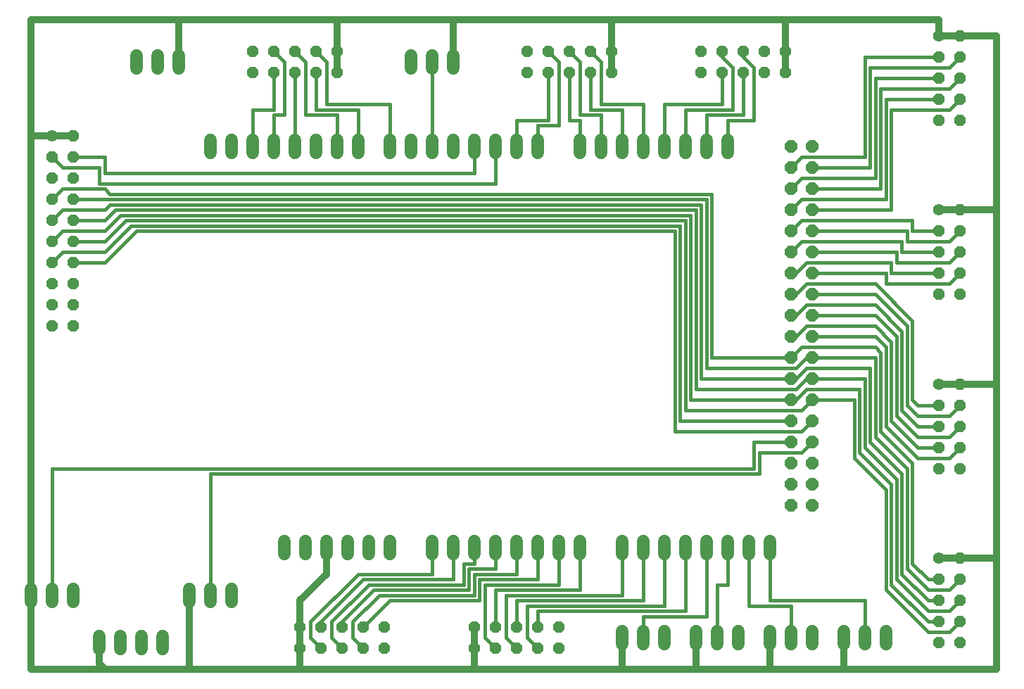
<source format=gbl>
G75*
G70*
%OFA0B0*%
%FSLAX24Y24*%
%IPPOS*%
%LPD*%
%AMOC8*
5,1,8,0,0,1.08239X$1,22.5*
%
%ADD10C,0.0600*%
%ADD11OC8,0.0600*%
%ADD12C,0.0560*%
%ADD13OC8,0.0560*%
%ADD14C,0.0160*%
%ADD15C,0.0320*%
D10*
X005534Y003238D02*
X005534Y003838D01*
X006534Y003838D02*
X006534Y003238D01*
X007534Y003238D02*
X007534Y003838D01*
X008534Y003838D02*
X008534Y003238D01*
X009784Y005488D02*
X009784Y006088D01*
X010784Y006088D02*
X010784Y005488D01*
X011784Y005488D02*
X011784Y006088D01*
X014284Y007738D02*
X014284Y008338D01*
X015284Y008338D02*
X015284Y007738D01*
X016284Y007738D02*
X016284Y008338D01*
X017284Y008338D02*
X017284Y007738D01*
X018284Y007738D02*
X018284Y008338D01*
X019284Y008338D02*
X019284Y007738D01*
X021284Y007738D02*
X021284Y008338D01*
X022284Y008338D02*
X022284Y007738D01*
X023284Y007738D02*
X023284Y008338D01*
X024284Y008338D02*
X024284Y007738D01*
X025284Y007738D02*
X025284Y008338D01*
X026284Y008338D02*
X026284Y007738D01*
X027284Y007738D02*
X027284Y008338D01*
X028284Y008338D02*
X028284Y007738D01*
X030284Y007738D02*
X030284Y008338D01*
X031284Y008338D02*
X031284Y007738D01*
X032284Y007738D02*
X032284Y008338D01*
X033284Y008338D02*
X033284Y007738D01*
X034284Y007738D02*
X034284Y008338D01*
X035284Y008338D02*
X035284Y007738D01*
X036284Y007738D02*
X036284Y008338D01*
X037284Y008338D02*
X037284Y007738D01*
X037284Y004088D02*
X037284Y003488D01*
X038284Y003488D02*
X038284Y004088D01*
X039284Y004088D02*
X039284Y003488D01*
X040784Y003488D02*
X040784Y004088D01*
X041784Y004088D02*
X041784Y003488D01*
X042784Y003488D02*
X042784Y004088D01*
X035784Y004088D02*
X035784Y003488D01*
X034784Y003488D02*
X034784Y004088D01*
X033784Y004088D02*
X033784Y003488D01*
X032284Y003488D02*
X032284Y004088D01*
X031284Y004088D02*
X031284Y003488D01*
X030284Y003488D02*
X030284Y004088D01*
X004284Y005488D02*
X004284Y006088D01*
X003284Y006088D02*
X003284Y005488D01*
X002284Y005488D02*
X002284Y006088D01*
X010784Y026738D02*
X010784Y027338D01*
X011784Y027338D02*
X011784Y026738D01*
X012784Y026738D02*
X012784Y027338D01*
X013784Y027338D02*
X013784Y026738D01*
X014784Y026738D02*
X014784Y027338D01*
X015784Y027338D02*
X015784Y026738D01*
X016784Y026738D02*
X016784Y027338D01*
X017784Y027338D02*
X017784Y026738D01*
X019284Y026738D02*
X019284Y027338D01*
X020284Y027338D02*
X020284Y026738D01*
X021284Y026738D02*
X021284Y027338D01*
X022284Y027338D02*
X022284Y026738D01*
X023284Y026738D02*
X023284Y027338D01*
X024284Y027338D02*
X024284Y026738D01*
X025284Y026738D02*
X025284Y027338D01*
X026284Y027338D02*
X026284Y026738D01*
X028284Y026738D02*
X028284Y027338D01*
X029284Y027338D02*
X029284Y026738D01*
X030284Y026738D02*
X030284Y027338D01*
X031284Y027338D02*
X031284Y026738D01*
X032284Y026738D02*
X032284Y027338D01*
X033284Y027338D02*
X033284Y026738D01*
X034284Y026738D02*
X034284Y027338D01*
X035284Y027338D02*
X035284Y026738D01*
X022284Y030738D02*
X022284Y031338D01*
X021284Y031338D02*
X021284Y030738D01*
X020284Y030738D02*
X020284Y031338D01*
X009284Y031338D02*
X009284Y030738D01*
X008284Y030738D02*
X008284Y031338D01*
X007284Y031338D02*
X007284Y030738D01*
D11*
X038284Y027038D03*
X039284Y027038D03*
X039284Y026038D03*
X038284Y026038D03*
X038284Y025038D03*
X038284Y024038D03*
X039284Y024038D03*
X039284Y025038D03*
X039284Y023038D03*
X038284Y023038D03*
X038284Y022038D03*
X039284Y022038D03*
X039284Y021038D03*
X038284Y021038D03*
X038284Y020038D03*
X039284Y020038D03*
X039284Y019038D03*
X038284Y019038D03*
X038284Y018038D03*
X039284Y018038D03*
X039284Y017038D03*
X038284Y017038D03*
X038284Y016038D03*
X039284Y016038D03*
X039284Y015038D03*
X038284Y015038D03*
X038284Y014038D03*
X039284Y014038D03*
X039284Y013038D03*
X038284Y013038D03*
X038284Y012038D03*
X039284Y012038D03*
X039284Y011038D03*
X038284Y011038D03*
X038284Y010038D03*
X039284Y010038D03*
D12*
X045284Y007538D03*
X045284Y015788D03*
X045284Y024038D03*
X038034Y031538D03*
X045284Y032288D03*
X029784Y031538D03*
X016784Y031538D03*
X003284Y027538D03*
X015034Y003288D03*
X023284Y003288D03*
D13*
X024284Y003288D03*
X025284Y003288D03*
X026284Y003288D03*
X027284Y003288D03*
X027284Y004288D03*
X026284Y004288D03*
X025284Y004288D03*
X024284Y004288D03*
X023284Y004288D03*
X019034Y004288D03*
X018034Y004288D03*
X017034Y004288D03*
X016034Y004288D03*
X015034Y004288D03*
X016034Y003288D03*
X017034Y003288D03*
X018034Y003288D03*
X019034Y003288D03*
X004284Y018538D03*
X003284Y018538D03*
X003284Y019538D03*
X003284Y020538D03*
X004284Y020538D03*
X004284Y019538D03*
X004284Y021538D03*
X003284Y021538D03*
X003284Y022538D03*
X004284Y022538D03*
X004284Y023538D03*
X003284Y023538D03*
X003284Y024538D03*
X004284Y024538D03*
X004284Y025538D03*
X003284Y025538D03*
X003284Y026538D03*
X004284Y026538D03*
X004284Y027538D03*
X012784Y030538D03*
X013784Y030538D03*
X014784Y030538D03*
X015784Y030538D03*
X016784Y030538D03*
X015784Y031538D03*
X014784Y031538D03*
X013784Y031538D03*
X012784Y031538D03*
X025784Y031538D03*
X026784Y031538D03*
X027784Y031538D03*
X028784Y031538D03*
X028784Y030538D03*
X027784Y030538D03*
X026784Y030538D03*
X025784Y030538D03*
X029784Y030538D03*
X034034Y030538D03*
X035034Y030538D03*
X036034Y030538D03*
X037034Y030538D03*
X038034Y030538D03*
X037034Y031538D03*
X036034Y031538D03*
X035034Y031538D03*
X034034Y031538D03*
X045284Y031288D03*
X046284Y031288D03*
X046284Y030288D03*
X045284Y030288D03*
X045284Y029288D03*
X046284Y029288D03*
X046284Y028288D03*
X045284Y028288D03*
X046284Y032288D03*
X046284Y024038D03*
X046284Y023038D03*
X045284Y023038D03*
X045284Y022038D03*
X046284Y022038D03*
X046284Y021038D03*
X045284Y021038D03*
X045284Y020038D03*
X046284Y020038D03*
X046284Y015788D03*
X046284Y014788D03*
X045284Y014788D03*
X045284Y013788D03*
X046284Y013788D03*
X046284Y012788D03*
X045284Y012788D03*
X045284Y011788D03*
X046284Y011788D03*
X046284Y007538D03*
X046284Y006538D03*
X045284Y006538D03*
X045284Y005538D03*
X045284Y004538D03*
X046284Y004538D03*
X046284Y005538D03*
X046284Y003538D03*
X045284Y003538D03*
D14*
X044784Y004038D02*
X042784Y006038D01*
X042784Y010788D01*
X041284Y012288D01*
X041284Y015038D01*
X039284Y015038D01*
X038784Y014538D01*
X033284Y014538D01*
X033284Y023538D01*
X006784Y023538D01*
X005784Y022538D01*
X004284Y022538D01*
X003784Y022038D02*
X005784Y022038D01*
X007034Y023288D01*
X033034Y023288D01*
X033034Y014038D01*
X038284Y014038D01*
X038784Y013538D02*
X032784Y013538D01*
X032784Y023038D01*
X007284Y023038D01*
X005784Y021538D01*
X004284Y021538D01*
X003784Y022038D02*
X003284Y021538D01*
X003284Y022538D02*
X003784Y023038D01*
X005784Y023038D01*
X006534Y023788D01*
X033534Y023788D01*
X033534Y015038D01*
X038284Y015038D01*
X038534Y015038D01*
X039034Y015538D01*
X041534Y015538D01*
X041534Y012538D01*
X043034Y011038D01*
X043034Y006288D01*
X044784Y004538D01*
X045284Y004538D01*
X044784Y005038D02*
X043284Y006538D01*
X043284Y011288D01*
X041784Y012788D01*
X041784Y016038D01*
X039284Y016038D01*
X039034Y016038D01*
X038534Y015538D01*
X033784Y015538D01*
X033784Y024038D01*
X006284Y024038D01*
X005784Y023538D01*
X004284Y023538D01*
X003784Y024038D02*
X005784Y024038D01*
X006034Y024288D01*
X034034Y024288D01*
X034034Y016038D01*
X038284Y016038D01*
X038534Y016038D01*
X039034Y016538D01*
X042034Y016538D01*
X042034Y013038D01*
X043534Y011538D01*
X043534Y006788D01*
X044784Y005538D01*
X045284Y005538D01*
X044784Y005038D02*
X045784Y005038D01*
X046284Y005538D01*
X045784Y006038D02*
X044784Y006038D01*
X043784Y007038D01*
X043784Y011788D01*
X042284Y013288D01*
X042284Y017038D01*
X039284Y017038D01*
X039034Y017038D01*
X038534Y016538D01*
X034284Y016538D01*
X034284Y024538D01*
X004284Y024538D01*
X003784Y024038D02*
X003284Y023538D01*
X003284Y024538D02*
X003784Y025038D01*
X005784Y025038D01*
X006034Y024788D01*
X034534Y024788D01*
X034534Y017038D01*
X038284Y017038D01*
X038784Y017538D01*
X042284Y017538D01*
X042534Y017288D01*
X042534Y013538D01*
X044034Y012038D01*
X044034Y007288D01*
X044784Y006538D01*
X045284Y006538D01*
X045784Y006038D02*
X046284Y006538D01*
X046284Y004538D02*
X045784Y004038D01*
X044784Y004038D01*
X041784Y003788D02*
X041784Y005538D01*
X037284Y005538D01*
X037284Y008038D01*
X036284Y008038D02*
X036284Y005288D01*
X038284Y005288D01*
X038284Y003788D01*
X034784Y003788D02*
X034784Y006288D01*
X035284Y006288D01*
X035284Y008038D01*
X034284Y008038D02*
X034284Y004788D01*
X031284Y004788D01*
X031284Y003788D01*
X033284Y005038D02*
X026284Y005038D01*
X026284Y004288D01*
X025784Y003788D02*
X025784Y005288D01*
X032284Y005288D01*
X032284Y008038D01*
X031284Y008038D02*
X031284Y005538D01*
X025284Y005538D01*
X025284Y004288D01*
X024784Y003788D02*
X024784Y005788D01*
X030284Y005788D01*
X030284Y008038D01*
X028284Y008038D02*
X028284Y006038D01*
X024284Y006038D01*
X024284Y004288D01*
X023784Y003788D02*
X023784Y006288D01*
X027284Y006288D01*
X027284Y008038D01*
X026284Y008038D02*
X026284Y006538D01*
X023534Y006538D01*
X023534Y005538D01*
X019284Y005538D01*
X018034Y004288D01*
X017534Y004538D02*
X017534Y003788D01*
X018034Y003288D01*
X017034Y003288D02*
X016534Y003788D01*
X016534Y004538D01*
X018284Y006288D01*
X022784Y006288D01*
X022784Y007288D01*
X023284Y007288D01*
X023284Y008038D01*
X022284Y008038D02*
X022284Y006538D01*
X018034Y006538D01*
X016034Y004538D01*
X016034Y004288D01*
X015534Y004538D02*
X015534Y003788D01*
X016034Y003288D01*
X017034Y004288D02*
X017034Y004538D01*
X018534Y006038D01*
X023034Y006038D01*
X023034Y007038D01*
X024284Y007038D01*
X024284Y008038D01*
X025284Y008038D02*
X025284Y006788D01*
X023284Y006788D01*
X023284Y005788D01*
X018784Y005788D01*
X017534Y004538D01*
X015534Y004538D02*
X017784Y006788D01*
X021284Y006788D01*
X021284Y008038D01*
X023784Y003788D02*
X024284Y003288D01*
X024784Y003788D02*
X025284Y003288D01*
X025784Y003788D02*
X026284Y003288D01*
X033284Y005038D02*
X033284Y008038D01*
X036784Y011538D02*
X010784Y011538D01*
X010784Y005788D01*
X003284Y005788D02*
X003284Y011788D01*
X036534Y011788D01*
X036534Y013038D01*
X038284Y013038D01*
X038784Y012538D02*
X036784Y012538D01*
X036784Y011538D01*
X038784Y012538D02*
X039284Y013038D01*
X038784Y013538D02*
X039284Y014038D01*
X042784Y013788D02*
X042784Y017538D01*
X042284Y018038D01*
X039284Y018038D01*
X039034Y018538D02*
X038534Y018038D01*
X038284Y018038D01*
X039034Y018538D02*
X042284Y018538D01*
X043034Y017788D01*
X043034Y014038D01*
X044284Y012788D01*
X045284Y012788D01*
X045784Y012288D02*
X044284Y012288D01*
X042784Y013788D01*
X043284Y014288D02*
X043284Y018038D01*
X042284Y019038D01*
X039284Y019038D01*
X039034Y019538D02*
X038534Y019038D01*
X038284Y019038D01*
X039034Y019538D02*
X042284Y019538D01*
X043534Y018288D01*
X043534Y014538D01*
X044284Y013788D01*
X045284Y013788D01*
X045784Y013288D02*
X044284Y013288D01*
X043284Y014288D01*
X043784Y014788D02*
X043784Y018538D01*
X042284Y020038D01*
X039284Y020038D01*
X039034Y020538D02*
X042284Y020538D01*
X044034Y018788D01*
X044034Y015038D01*
X044284Y014788D01*
X045284Y014788D01*
X045784Y014288D02*
X044284Y014288D01*
X043784Y014788D01*
X045784Y014288D02*
X046284Y014788D01*
X046284Y013788D02*
X045784Y013288D01*
X046284Y012788D02*
X045784Y012288D01*
X038534Y020038D02*
X038284Y020038D01*
X038534Y020038D02*
X039034Y020538D01*
X039284Y021038D02*
X042784Y021038D01*
X042784Y020538D01*
X045784Y020538D01*
X046284Y021038D01*
X045784Y021538D02*
X043284Y021538D01*
X043284Y022038D01*
X039284Y022038D01*
X038784Y022538D02*
X043534Y022538D01*
X043534Y022038D01*
X045284Y022038D01*
X045784Y022538D02*
X043784Y022538D01*
X043784Y023038D01*
X039284Y023038D01*
X038784Y023538D02*
X044034Y023538D01*
X044034Y023038D01*
X045284Y023038D01*
X045784Y022538D02*
X046284Y023038D01*
X046284Y022038D02*
X045784Y021538D01*
X045284Y021038D02*
X043034Y021038D01*
X043034Y021538D01*
X039034Y021538D01*
X038534Y021038D01*
X038284Y021038D01*
X038284Y022038D02*
X038784Y022538D01*
X038284Y023038D02*
X038784Y023538D01*
X038284Y024038D02*
X038784Y024538D01*
X042784Y024538D01*
X042784Y029288D01*
X045284Y029288D01*
X045784Y029788D02*
X042534Y029788D01*
X042534Y025038D01*
X039284Y025038D01*
X038784Y025538D02*
X042284Y025538D01*
X042284Y030288D01*
X045284Y030288D01*
X045784Y029788D02*
X046284Y030288D01*
X045784Y030788D02*
X042034Y030788D01*
X042034Y026038D01*
X039284Y026038D01*
X038784Y025538D02*
X038284Y025038D01*
X039284Y024038D02*
X043034Y024038D01*
X043034Y028788D01*
X045784Y028788D01*
X046284Y029288D01*
X045784Y030788D02*
X046284Y031288D01*
X045284Y031288D02*
X041784Y031288D01*
X041784Y026538D01*
X038784Y026538D01*
X038284Y026038D01*
X035284Y027038D02*
X035284Y028288D01*
X036534Y028288D01*
X036534Y030788D01*
X036034Y031288D01*
X036034Y031538D01*
X035534Y030788D02*
X035034Y031288D01*
X035034Y031538D01*
X035534Y030788D02*
X035534Y028788D01*
X033284Y028788D01*
X033284Y027038D01*
X032284Y027038D02*
X032284Y029038D01*
X035034Y029038D01*
X035034Y030538D01*
X036034Y030538D02*
X036034Y028538D01*
X034284Y028538D01*
X034284Y027038D01*
X031284Y027038D02*
X031284Y029038D01*
X029284Y029038D01*
X029284Y031038D01*
X028784Y031538D01*
X028284Y031038D02*
X027784Y031538D01*
X027284Y031038D02*
X026784Y031538D01*
X027284Y031038D02*
X027284Y028038D01*
X026284Y028038D01*
X026284Y027038D01*
X025284Y027038D02*
X025284Y028288D01*
X026784Y028288D01*
X026784Y030538D01*
X027784Y030538D02*
X027784Y028288D01*
X028284Y028288D01*
X028284Y027038D01*
X029284Y027038D02*
X029284Y028538D01*
X028284Y028538D01*
X028284Y031038D01*
X028784Y030538D02*
X028784Y028788D01*
X030284Y028788D01*
X030284Y027038D01*
X030284Y027538D01*
X024284Y027038D02*
X024284Y025288D01*
X005534Y025288D01*
X005534Y026038D01*
X003784Y026038D01*
X003284Y026538D01*
X004284Y026538D02*
X005784Y026538D01*
X005784Y025788D01*
X023284Y025788D01*
X023284Y027038D01*
X021284Y027038D02*
X021284Y031038D01*
X019284Y029038D02*
X016284Y029038D01*
X016284Y031038D01*
X015784Y031538D01*
X015284Y031038D02*
X015284Y028538D01*
X016784Y028538D01*
X016784Y027038D01*
X017784Y027038D02*
X017784Y028788D01*
X016784Y028788D01*
X016534Y028788D01*
X015784Y028788D01*
X015784Y030538D01*
X015284Y031038D02*
X014784Y031538D01*
X014284Y031038D02*
X013784Y031538D01*
X014284Y031038D02*
X014284Y028538D01*
X013784Y028538D01*
X013784Y027038D01*
X012784Y027038D02*
X012784Y028788D01*
X013784Y028788D01*
X013784Y030538D01*
X014784Y030538D02*
X014784Y027038D01*
X019284Y027038D02*
X019284Y029038D01*
D15*
X005784Y002288D02*
X002284Y002288D01*
X002284Y005788D01*
X002284Y027538D01*
X003284Y027538D01*
X004284Y027538D01*
X002284Y027538D02*
X002284Y033038D01*
X009284Y033038D01*
X009284Y031038D01*
X009284Y033038D02*
X016784Y033038D01*
X016784Y031538D01*
X016784Y030538D01*
X016784Y033038D02*
X022284Y033038D01*
X022284Y031038D01*
X022284Y033038D02*
X029784Y033038D01*
X038034Y033038D01*
X045284Y033038D01*
X045284Y032288D01*
X046284Y032288D01*
X048034Y032288D01*
X048034Y024038D01*
X048034Y015788D01*
X048034Y007538D01*
X048034Y002288D01*
X040784Y002288D01*
X037284Y002288D01*
X033784Y002288D01*
X030284Y002288D01*
X023284Y002288D01*
X015034Y002288D01*
X009784Y002288D01*
X009784Y005788D01*
X005534Y003538D02*
X005534Y002538D01*
X005784Y002288D01*
X009784Y002288D01*
X015034Y002288D02*
X015034Y003288D01*
X015034Y004288D01*
X015034Y005538D01*
X016284Y006788D01*
X016284Y008038D01*
X023284Y004288D02*
X023284Y003288D01*
X023284Y002288D01*
X030284Y002288D02*
X030284Y003788D01*
X033784Y003788D02*
X033784Y002288D01*
X037284Y002288D02*
X037284Y003788D01*
X040784Y003788D02*
X040784Y002288D01*
X045284Y007538D02*
X046284Y007538D01*
X048034Y007538D01*
X048034Y015788D02*
X046284Y015788D01*
X045284Y015788D01*
X045284Y024038D02*
X046284Y024038D01*
X048034Y024038D01*
X038034Y030538D02*
X038034Y031538D01*
X038034Y033038D01*
X029784Y033038D02*
X029784Y031538D01*
X029784Y030538D01*
M02*

</source>
